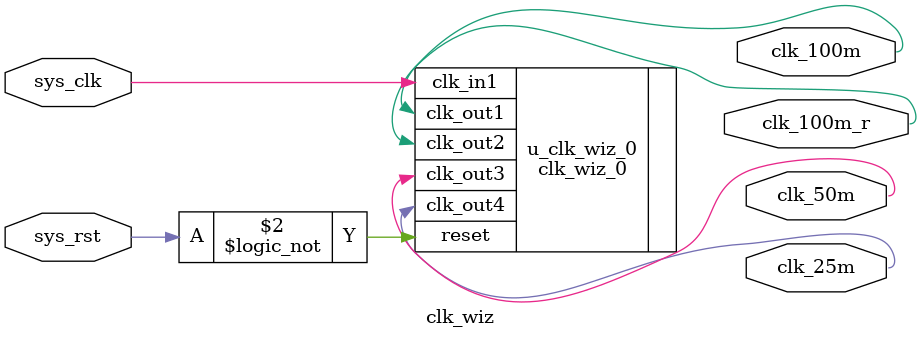
<source format=v>
module clk_wiz(
    (*mark_debug="true"*)input wire sys_clk,  // U18
    (*mark_debug="true"*)input wire sys_rst,  //J15
    (*mark_debug="true"*)output wire clk_100m,
    (*mark_debug="true"*)output wire clk_100m_r,  // 180度
    (*mark_debug="true"*)output wire clk_50m,
    (*mark_debug="true"*)output wire clk_25m
);

wire locked;  // 内部时钟是否稳定
wire rst;

// 如果时钟信号稳定之后, 且sys是高电平, 表示板子已经可以正常使用了
// 其他的例化可以使用该信号 当做是否复位标志
assign global_rst = locked && sys_rst; 



clk_wiz_0 u_clk_wiz_0(
    .clk_in1(sys_clk),
    .reset(!sys_rst),
    .clk_out1(clk_100m),
    .clk_out2(clk_100m_r),
    .clk_out3(clk_50m),
    .clk_out4(clk_25m)
);




endmodule
</source>
